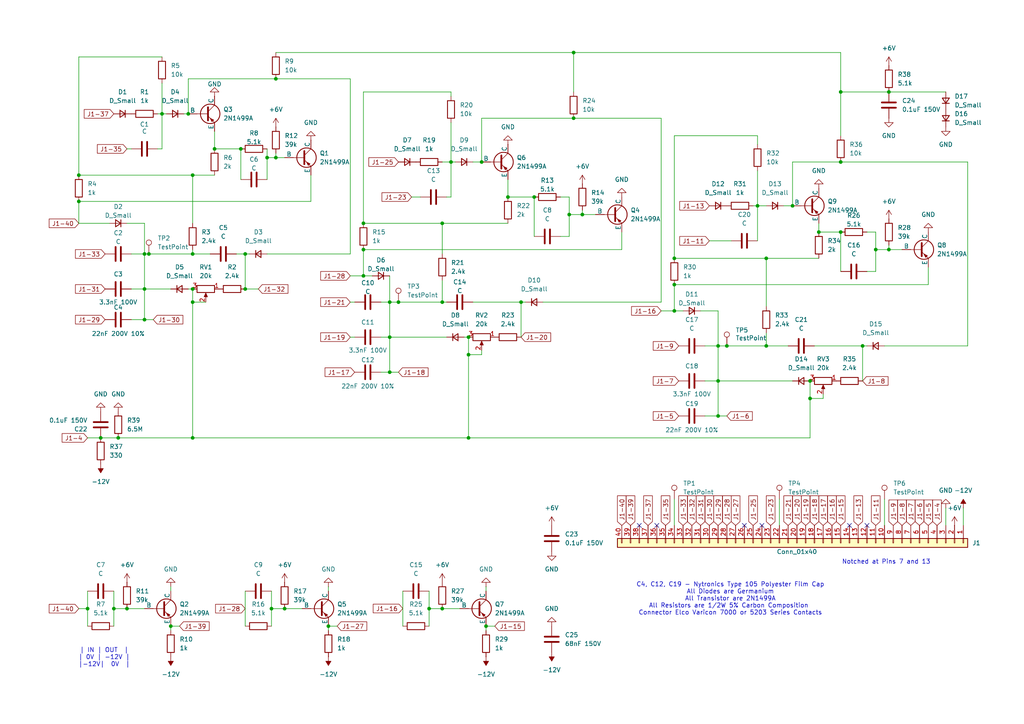
<source format=kicad_sch>
(kicad_sch (version 20250114) (generator "eeschema") (generator_version "9.0")
  (paper "A4")
  (title_block (title "Data 620 DM23 Card"))
  (text "Notched at Pins 7 and 13" (at 257.048 163.068 0) (effects (font (size 1.27 1.27))))
  (text "| IN | OUT  |\n| 0V | -12V |\n|-12V|  0V  |" (at 30.226 190.754 0) (effects (font (size 1.27 1.27))))
  (text "C4, C12, C19 - Nytronics Type 105 Polyester Film Cap\nAll Diodes are Germanium\nAll Transistor are 2N1499A\nAll Resistors are 1/2W 5% Carbon Composition \nConnector Elco Varicon 7000 or 5203 Series Contacts" (at 211.836 173.736 0) (effects (font (size 1.27 1.27))))
  (junction (at 135.89 102.87))
  (junction (at 135.89 127))
  (junction (at 71.12 83.82))
  (junction (at 80.01 45.72))
  (junction (at 229.87 59.69))
  (junction (at 128.27 64.77))
  (junction (at 105.41 80.01))
  (junction (at 55.88 87.63))
  (junction (at 195.58 82.55))
  (junction (at 208.28 110.49))
  (junction (at 130.81 46.99))
  (junction (at 257.81 72.39))
  (junction (at 243.84 46.99))
  (junction (at 139.7 46.99))
  (junction (at 41.91 92.71))
  (junction (at 34.29 127))
  (junction (at 234.95 115.57))
  (junction (at 29.21 127))
  (junction (at 105.41 64.77))
  (junction (at 208.28 100.33))
  (junction (at 36.83 176.53))
  (junction (at 140.97 181.61))
  (junction (at 195.58 74.93))
  (junction (at 219.71 59.69))
  (junction (at 54.61 33.02))
  (junction (at 222.25 74.93))
  (junction (at 147.32 57.15))
  (junction (at 95.25 181.61))
  (junction (at 69.85 43.18))
  (junction (at 128.27 87.63))
  (junction (at 210.82 100.33))
  (junction (at 222.25 100.33))
  (junction (at 41.91 83.82))
  (junction (at 243.84 26.67))
  (junction (at 257.81 26.67))
  (junction (at 154.94 57.15))
  (junction (at 234.95 110.49))
  (junction (at 243.84 67.31))
  (junction (at 49.53 181.61))
  (junction (at 22.86 50.8))
  (junction (at 166.37 15.24))
  (junction (at 71.12 73.66))
  (junction (at 113.03 107.95))
  (junction (at 237.49 67.31))
  (junction (at 82.55 176.53))
  (junction (at 168.91 62.23))
  (junction (at 124.46 176.53))
  (junction (at 113.03 97.79))
  (junction (at 33.02 176.53))
  (junction (at 208.28 120.65))
  (junction (at 105.41 72.39))
  (junction (at 250.19 100.33))
  (junction (at 77.47 45.72))
  (junction (at 25.4 176.53))
  (junction (at 113.03 87.63))
  (junction (at 135.89 97.79))
  (junction (at 55.88 127))
  (junction (at 166.37 34.29))
  (junction (at 151.13 87.63))
  (junction (at 80.01 22.86))
  (junction (at 22.86 58.42))
  (junction (at 55.88 50.8))
  (junction (at 115.57 87.63))
  (junction (at 55.88 83.82))
  (junction (at 78.74 176.53))
  (junction (at 128.27 176.53))
  (junction (at 46.99 33.02))
  (junction (at 195.58 90.17))
  (junction (at 165.1 62.23))
  (junction (at 62.23 43.18))
  (junction (at 41.91 73.66))
  (junction (at 55.88 73.66))
  (junction (at 254 72.39))
  (junction (at 43.18 73.66))
  (no_connect (at 215.9 152.4))
  (no_connect (at 246.38 152.4))
  (no_connect (at 190.5 152.4))
  (no_connect (at 220.98 152.4))
  (no_connect (at 185.42 152.4))
  (no_connect (at 251.46 152.4))
  (wire (pts (xy 25.4 127) (xy 29.21 127)))
  (wire (pts (xy 22.86 58.42) (xy 22.86 64.77)))
  (wire (pts (xy 36.83 176.53) (xy 41.91 176.53)))
  (wire (pts (xy 22.86 176.53) (xy 25.4 176.53)))
  (wire (pts (xy 52.07 181.61) (xy 49.53 181.61)))
  (wire (pts (xy 121.92 57.15) (xy 119.38 57.15)))
  (wire (pts (xy 274.32 147.32) (xy 274.32 152.4)))
  (wire (pts (xy 55.88 73.66) (xy 60.96 73.66)))
  (wire (pts (xy 195.58 144.78) (xy 195.58 152.4)))
  (wire (pts (xy 41.91 83.82) (xy 41.91 92.71)))
  (wire (pts (xy 208.28 110.49) (xy 229.87 110.49)))
  (wire (pts (xy 80.01 45.72) (xy 82.55 45.72)))
  (wire (pts (xy 212.09 69.85) (xy 205.74 69.85)))
  (wire (pts (xy 229.87 59.69) (xy 229.87 46.99)))
  (wire (pts (xy 162.56 68.58) (xy 165.1 68.58)))
  (wire (pts (xy 124.46 176.53) (xy 124.46 181.61)))
  (wire (pts (xy 43.18 73.66) (xy 41.91 73.66)))
  (wire (pts (xy 130.81 26.67) (xy 105.41 26.67)))
  (wire (pts (xy 208.28 100.33) (xy 210.82 100.33)))
  (wire (pts (xy 46.99 33.02) (xy 46.99 43.18)))
  (wire (pts (xy 195.58 82.55) (xy 269.24 82.55)))
  (wire (pts (xy 210.82 100.33) (xy 222.25 100.33)))
  (wire (pts (xy 101.6 97.79) (xy 102.87 97.79)))
  (wire (pts (xy 257.81 26.67) (xy 274.32 26.67)))
  (wire (pts (xy 130.81 27.94) (xy 130.81 26.67)))
  (wire (pts (xy 137.16 46.99) (xy 139.7 46.99)))
  (wire (pts (xy 128.27 176.53) (xy 133.35 176.53)))
  (wire (pts (xy 208.28 110.49) (xy 208.28 120.65)))
  (wire (pts (xy 55.88 127) (xy 34.29 127)))
  (wire (pts (xy 222.25 100.33) (xy 228.6 100.33)))
  (wire (pts (xy 140.97 181.61) (xy 140.97 182.88)))
  (wire (pts (xy 115.57 87.63) (xy 113.03 87.63)))
  (wire (pts (xy 95.25 181.61) (xy 95.25 182.88)))
  (wire (pts (xy 95.25 170.18) (xy 95.25 171.45)))
  (wire (pts (xy 135.89 102.87) (xy 139.7 102.87)))
  (wire (pts (xy 62.23 38.1) (xy 62.23 43.18)))
  (wire (pts (xy 54.61 33.02) (xy 54.61 22.86)))
  (wire (pts (xy 55.88 127) (xy 135.89 127)))
  (wire (pts (xy 222.25 96.52) (xy 222.25 100.33)))
  (wire (pts (xy 105.41 26.67) (xy 105.41 64.77)))
  (wire (pts (xy 165.1 62.23) (xy 165.1 68.58)))
  (wire (pts (xy 168.91 60.96) (xy 168.91 62.23)))
  (wire (pts (xy 251.46 67.31) (xy 254 67.31)))
  (wire (pts (xy 219.71 39.37) (xy 195.58 39.37)))
  (wire (pts (xy 204.47 120.65) (xy 208.28 120.65)))
  (wire (pts (xy 90.17 50.8) (xy 90.17 58.42)))
  (wire (pts (xy 128.27 81.28) (xy 128.27 87.63)))
  (wire (pts (xy 80.01 15.24) (xy 166.37 15.24)))
  (wire (pts (xy 280.67 100.33) (xy 256.54 100.33)))
  (wire (pts (xy 208.28 100.33) (xy 208.28 110.49)))
  (wire (pts (xy 78.74 171.45) (xy 78.74 176.53)))
  (wire (pts (xy 22.86 58.42) (xy 90.17 58.42)))
  (wire (pts (xy 208.28 90.17) (xy 208.28 100.33)))
  (wire (pts (xy 236.22 100.33) (xy 250.19 100.33)))
  (wire (pts (xy 269.24 77.47) (xy 269.24 82.55)))
  (wire (pts (xy 237.49 67.31) (xy 243.84 67.31)))
  (wire (pts (xy 33.02 176.53) (xy 33.02 181.61)))
  (wire (pts (xy 139.7 46.99) (xy 139.7 34.29)))
  (wire (pts (xy 113.03 97.79) (xy 113.03 107.95)))
  (wire (pts (xy 165.1 57.15) (xy 165.1 62.23)))
  (wire (pts (xy 80.01 22.86) (xy 101.6 22.86)))
  (wire (pts (xy 195.58 90.17) (xy 198.12 90.17)))
  (wire (pts (xy 250.19 100.33) (xy 250.19 110.49)))
  (wire (pts (xy 55.88 87.63) (xy 55.88 83.82)))
  (wire (pts (xy 22.86 64.77) (xy 31.75 64.77)))
  (wire (pts (xy 78.74 176.53) (xy 82.55 176.53)))
  (wire (pts (xy 38.1 73.66) (xy 41.91 73.66)))
  (wire (pts (xy 113.03 80.01) (xy 113.03 87.63)))
  (wire (pts (xy 105.41 72.39) (xy 180.34 72.39)))
  (wire (pts (xy 101.6 80.01) (xy 105.41 80.01)))
  (wire (pts (xy 105.41 80.01) (xy 107.95 80.01)))
  (wire (pts (xy 227.33 59.69) (xy 229.87 59.69)))
  (wire (pts (xy 257.81 71.12) (xy 257.81 72.39)))
  (wire (pts (xy 129.54 97.79) (xy 113.03 97.79)))
  (wire (pts (xy 69.85 43.18) (xy 69.85 52.07)))
  (wire (pts (xy 97.79 181.61) (xy 95.25 181.61)))
  (wire (pts (xy 55.88 50.8) (xy 55.88 64.77)))
  (wire (pts (xy 41.91 83.82) (xy 49.53 83.82)))
  (wire (pts (xy 234.95 115.57) (xy 234.95 110.49)))
  (wire (pts (xy 130.81 35.56) (xy 130.81 46.99)))
  (wire (pts (xy 105.41 64.77) (xy 128.27 64.77)))
  (wire (pts (xy 250.19 100.33) (xy 251.46 100.33)))
  (wire (pts (xy 204.47 110.49) (xy 208.28 110.49)))
  (wire (pts (xy 29.21 127) (xy 34.29 127)))
  (wire (pts (xy 135.89 102.87) (xy 135.89 97.79)))
  (wire (pts (xy 110.49 107.95) (xy 113.03 107.95)))
  (wire (pts (xy 41.91 64.77) (xy 41.91 73.66)))
  (wire (pts (xy 49.53 170.18) (xy 49.53 171.45)))
  (wire (pts (xy 128.27 64.77) (xy 128.27 73.66)))
  (wire (pts (xy 101.6 87.63) (xy 102.87 87.63)))
  (wire (pts (xy 80.01 44.45) (xy 80.01 45.72)))
  (wire (pts (xy 22.86 16.51) (xy 22.86 50.8)))
  (wire (pts (xy 124.46 171.45) (xy 124.46 176.53)))
  (wire (pts (xy 41.91 92.71) (xy 44.45 92.71)))
  (wire (pts (xy 218.44 59.69) (xy 219.71 59.69)))
  (wire (pts (xy 105.41 72.39) (xy 105.41 80.01)))
  (wire (pts (xy 110.49 87.63) (xy 113.03 87.63)))
  (wire (pts (xy 130.81 57.15) (xy 129.54 57.15)))
  (wire (pts (xy 195.58 82.55) (xy 195.58 90.17)))
  (wire (pts (xy 254 67.31) (xy 254 72.39)))
  (wire (pts (xy 55.88 87.63) (xy 55.88 127)))
  (wire (pts (xy 41.91 73.66) (xy 41.91 83.82)))
  (wire (pts (xy 237.49 64.77) (xy 237.49 67.31)))
  (wire (pts (xy 204.47 100.33) (xy 208.28 100.33)))
  (wire (pts (xy 219.71 41.91) (xy 219.71 39.37)))
  (wire (pts (xy 113.03 107.95) (xy 115.57 107.95)))
  (wire (pts (xy 77.47 45.72) (xy 80.01 45.72)))
  (wire (pts (xy 165.1 62.23) (xy 168.91 62.23)))
  (wire (pts (xy 54.61 22.86) (xy 80.01 22.86)))
  (wire (pts (xy 113.03 87.63) (xy 113.03 97.79)))
  (wire (pts (xy 71.12 83.82) (xy 74.93 83.82)))
  (wire (pts (xy 55.88 87.63) (xy 59.69 87.63)))
  (wire (pts (xy 243.84 15.24) (xy 243.84 26.67)))
  (wire (pts (xy 234.95 115.57) (xy 234.95 127)))
  (wire (pts (xy 129.54 87.63) (xy 128.27 87.63)))
  (wire (pts (xy 33.02 171.45) (xy 33.02 176.53)))
  (wire (pts (xy 71.12 73.66) (xy 72.39 73.66)))
  (wire (pts (xy 180.34 72.39) (xy 180.34 67.31)))
  (wire (pts (xy 137.16 87.63) (xy 151.13 87.63)))
  (wire (pts (xy 55.88 83.82) (xy 54.61 83.82)))
  (wire (pts (xy 226.06 144.78) (xy 226.06 152.4)))
  (wire (pts (xy 43.18 73.66) (xy 55.88 73.66)))
  (wire (pts (xy 101.6 73.66) (xy 77.47 73.66)))
  (wire (pts (xy 143.51 181.61) (xy 140.97 181.61)))
  (wire (pts (xy 251.46 78.74) (xy 254 78.74)))
  (wire (pts (xy 243.84 46.99) (xy 280.67 46.99)))
  (wire (pts (xy 195.58 39.37) (xy 195.58 74.93)))
  (wire (pts (xy 147.32 52.07) (xy 147.32 57.15)))
  (wire (pts (xy 166.37 15.24) (xy 243.84 15.24)))
  (wire (pts (xy 151.13 87.63) (xy 151.13 97.79)))
  (wire (pts (xy 49.53 181.61) (xy 49.53 182.88)))
  (wire (pts (xy 191.77 87.63) (xy 191.77 34.29)))
  (wire (pts (xy 55.88 72.39) (xy 55.88 73.66)))
  (wire (pts (xy 166.37 15.24) (xy 166.37 26.67)))
  (wire (pts (xy 82.55 176.53) (xy 87.63 176.53)))
  (wire (pts (xy 222.25 74.93) (xy 222.25 88.9)))
  (wire (pts (xy 46.99 43.18) (xy 45.72 43.18)))
  (wire (pts (xy 110.49 97.79) (xy 113.03 97.79)))
  (wire (pts (xy 41.91 64.77) (xy 36.83 64.77)))
  (wire (pts (xy 22.86 50.8) (xy 55.88 50.8)))
  (wire (pts (xy 243.84 26.67) (xy 243.84 39.37)))
  (wire (pts (xy 256.54 144.78) (xy 256.54 152.4)))
  (wire (pts (xy 222.25 74.93) (xy 237.49 74.93)))
  (wire (pts (xy 71.12 171.45) (xy 71.12 181.61)))
  (wire (pts (xy 279.4 147.32) (xy 279.4 152.4)))
  (wire (pts (xy 151.13 87.63) (xy 152.4 87.63)))
  (wire (pts (xy 166.37 34.29) (xy 191.77 34.29)))
  (wire (pts (xy 38.1 83.82) (xy 41.91 83.82)))
  (wire (pts (xy 77.47 43.18) (xy 77.47 45.72)))
  (wire (pts (xy 78.74 176.53) (xy 78.74 181.61)))
  (wire (pts (xy 101.6 22.86) (xy 101.6 73.66)))
  (wire (pts (xy 191.77 90.17) (xy 195.58 90.17)))
  (wire (pts (xy 25.4 176.53) (xy 25.4 181.61)))
  (wire (pts (xy 45.72 33.02) (xy 46.99 33.02)))
  (wire (pts (xy 208.28 120.65) (xy 210.82 120.65)))
  (wire (pts (xy 139.7 34.29) (xy 166.37 34.29)))
  (wire (pts (xy 25.4 171.45) (xy 25.4 176.53)))
  (wire (pts (xy 234.95 115.57) (xy 238.76 115.57)))
  (wire (pts (xy 115.57 87.63) (xy 128.27 87.63)))
  (wire (pts (xy 195.58 74.93) (xy 222.25 74.93)))
  (wire (pts (xy 238.76 114.3) (xy 238.76 115.57)))
  (wire (pts (xy 46.99 24.13) (xy 46.99 33.02)))
  (wire (pts (xy 128.27 64.77) (xy 147.32 64.77)))
  (wire (pts (xy 140.97 170.18) (xy 140.97 171.45)))
  (wire (pts (xy 130.81 46.99) (xy 130.81 57.15)))
  (wire (pts (xy 62.23 43.18) (xy 69.85 43.18)))
  (wire (pts (xy 46.99 16.51) (xy 22.86 16.51)))
  (wire (pts (xy 219.71 59.69) (xy 222.25 59.69)))
  (wire (pts (xy 168.91 62.23) (xy 172.72 62.23)))
  (wire (pts (xy 46.99 33.02) (xy 48.26 33.02)))
  (wire (pts (xy 154.94 57.15) (xy 154.94 68.58)))
  (wire (pts (xy 254 72.39) (xy 257.81 72.39)))
  (wire (pts (xy 68.58 73.66) (xy 71.12 73.66)))
  (wire (pts (xy 162.56 57.15) (xy 165.1 57.15)))
  (wire (pts (xy 229.87 46.99) (xy 243.84 46.99)))
  (wire (pts (xy 280.67 46.99) (xy 280.67 100.33)))
  (wire (pts (xy 38.1 92.71) (xy 41.91 92.71)))
  (wire (pts (xy 135.89 102.87) (xy 135.89 127)))
  (wire (pts (xy 130.81 46.99) (xy 132.08 46.99)))
  (wire (pts (xy 147.32 57.15) (xy 154.94 57.15)))
  (wire (pts (xy 124.46 176.53) (xy 128.27 176.53)))
  (wire (pts (xy 77.47 45.72) (xy 77.47 52.07)))
  (wire (pts (xy 219.71 49.53) (xy 219.71 59.69)))
  (wire (pts (xy 135.89 127) (xy 234.95 127)))
  (wire (pts (xy 157.48 87.63) (xy 191.77 87.63)))
  (wire (pts (xy 53.34 33.02) (xy 54.61 33.02)))
  (wire (pts (xy 254 72.39) (xy 254 78.74)))
  (wire (pts (xy 257.81 72.39) (xy 261.62 72.39)))
  (wire (pts (xy 71.12 73.66) (xy 71.12 83.82)))
  (wire (pts (xy 243.84 26.67) (xy 257.81 26.67)))
  (wire (pts (xy 203.2 90.17) (xy 208.28 90.17)))
  (wire (pts (xy 135.89 97.79) (xy 134.62 97.79)))
  (wire (pts (xy 116.84 171.45) (xy 116.84 181.61)))
  (wire (pts (xy 33.02 176.53) (xy 36.83 176.53)))
  (wire (pts (xy 243.84 67.31) (xy 243.84 78.74)))
  (wire (pts (xy 219.71 59.69) (xy 219.71 69.85)))
  (wire (pts (xy 139.7 102.87) (xy 139.7 101.6)))
  (wire (pts (xy 55.88 50.8) (xy 62.23 50.8)))
  (wire (pts (xy 130.81 46.99) (xy 128.27 46.99)))
  (wire (pts (xy 38.1 43.18) (xy 36.83 43.18)))
  (global_label "J1-7" (shape input) (at 196.85 110.49 180) (property "Intersheetrefs" "${INTERSHEET_REFS}" (effects (hide yes))))
  (global_label "J1-27" (shape input) (at 97.79 181.61 0) (property "Intersheetrefs" "${INTERSHEET_REFS}" (effects (hide yes))))
  (global_label "J1-7" (shape input) (at 264.16 152.4 90) (property "Intersheetrefs" "${INTERSHEET_REFS}" (effects (hide yes))))
  (global_label "J1-37" (shape input) (at 33.02 33.02 180) (property "Intersheetrefs" "${INTERSHEET_REFS}" (effects (hide yes))))
  (global_label "J1-28" (shape input) (at 71.12 176.53 180) (property "Intersheetrefs" "${INTERSHEET_REFS}" (effects (hide yes))))
  (global_label "J1-28" (shape input) (at 101.6 80.01 180) (property "Intersheetrefs" "${INTERSHEET_REFS}" (effects (hide yes))))
  (global_label "J1-40" (shape input) (at 180.34 152.4 90) (property "Intersheetrefs" "${INTERSHEET_REFS}" (effects (hide yes))))
  (global_label "J1-9" (shape input) (at 259.08 152.4 90) (property "Intersheetrefs" "${INTERSHEET_REFS}" (effects (hide yes))))
  (global_label "J1-40" (shape input) (at 22.86 176.53 180) (property "Intersheetrefs" "${INTERSHEET_REFS}" (effects (hide yes))))
  (global_label "J1-23" (shape input) (at 119.38 57.15 180) (property "Intersheetrefs" "${INTERSHEET_REFS}" (effects (hide yes))))
  (global_label "J1-28" (shape input) (at 210.82 152.4 90) (property "Intersheetrefs" "${INTERSHEET_REFS}" (effects (hide yes))))
  (global_label "J1-17" (shape input) (at 238.76 152.4 90) (property "Intersheetrefs" "${INTERSHEET_REFS}" (effects (hide yes))))
  (global_label "J1-5" (shape input) (at 269.24 152.4 90) (property "Intersheetrefs" "${INTERSHEET_REFS}" (effects (hide yes))))
  (global_label "J1-13" (shape input) (at 248.92 152.4 90) (property "Intersheetrefs" "${INTERSHEET_REFS}" (effects (hide yes))))
  (global_label "J1-27" (shape input) (at 213.36 152.4 90) (property "Intersheetrefs" "${INTERSHEET_REFS}" (effects (hide yes))))
  (global_label "J1-20" (shape input) (at 151.13 97.79 0) (property "Intersheetrefs" "${INTERSHEET_REFS}" (effects (hide yes))))
  (global_label "J1-18" (shape input) (at 236.22 152.4 90) (property "Intersheetrefs" "${INTERSHEET_REFS}" (effects (hide yes))))
  (global_label "J1-6" (shape input) (at 210.82 120.65 0) (property "Intersheetrefs" "${INTERSHEET_REFS}" (effects (hide yes))))
  (global_label "J1-25" (shape input) (at 115.57 46.99 180) (property "Intersheetrefs" "${INTERSHEET_REFS}" (effects (hide yes))))
  (global_label "J1-39" (shape input) (at 52.07 181.61 0) (property "Intersheetrefs" "${INTERSHEET_REFS}" (effects (hide yes))))
  (global_label "J1-30" (shape input) (at 205.74 152.4 90) (property "Intersheetrefs" "${INTERSHEET_REFS}" (effects (hide yes))))
  (global_label "J1-31" (shape input) (at 30.48 83.82 180) (property "Intersheetrefs" "${INTERSHEET_REFS}" (effects (hide yes))))
  (global_label "J1-23" (shape input) (at 223.52 152.4 90) (property "Intersheetrefs" "${INTERSHEET_REFS}" (effects (hide yes))))
  (global_label "J1-39" (shape input) (at 182.88 152.4 90) (property "Intersheetrefs" "${INTERSHEET_REFS}" (effects (hide yes))))
  (global_label "J1-20" (shape input) (at 231.14 152.4 90) (property "Intersheetrefs" "${INTERSHEET_REFS}" (effects (hide yes))))
  (global_label "J1-33" (shape input) (at 30.48 73.66 180) (property "Intersheetrefs" "${INTERSHEET_REFS}" (effects (hide yes))))
  (global_label "J1-17" (shape input) (at 102.87 107.95 180) (property "Intersheetrefs" "${INTERSHEET_REFS}" (effects (hide yes))))
  (global_label "J1-21" (shape input) (at 228.6 152.4 90) (property "Intersheetrefs" "${INTERSHEET_REFS}" (effects (hide yes))))
  (global_label "J1-16" (shape input) (at 191.77 90.17 180) (property "Intersheetrefs" "${INTERSHEET_REFS}" (effects (hide yes))))
  (global_label "J1-9" (shape input) (at 196.85 100.33 180) (property "Intersheetrefs" "${INTERSHEET_REFS}" (effects (hide yes))))
  (global_label "J1-21" (shape input) (at 101.6 87.63 180) (property "Intersheetrefs" "${INTERSHEET_REFS}" (effects (hide yes))))
  (global_label "J1-13" (shape input) (at 205.74 59.69 180) (property "Intersheetrefs" "${INTERSHEET_REFS}" (effects (hide yes))))
  (global_label "J1-25" (shape input) (at 218.44 152.4 90) (property "Intersheetrefs" "${INTERSHEET_REFS}" (effects (hide yes))))
  (global_label "J1-35" (shape input) (at 36.83 43.18 180) (property "Intersheetrefs" "${INTERSHEET_REFS}" (effects (hide yes))))
  (global_label "J1-5" (shape input) (at 196.85 120.65 180) (property "Intersheetrefs" "${INTERSHEET_REFS}" (effects (hide yes))))
  (global_label "J1-29" (shape input) (at 30.48 92.71 180) (property "Intersheetrefs" "${INTERSHEET_REFS}" (effects (hide yes))))
  (global_label "J1-6" (shape input) (at 266.7 152.4 90) (property "Intersheetrefs" "${INTERSHEET_REFS}" (effects (hide yes))))
  (global_label "J1-32" (shape input) (at 74.93 83.82 0) (property "Intersheetrefs" "${INTERSHEET_REFS}" (effects (hide yes))))
  (global_label "J1-31" (shape input) (at 203.2 152.4 90) (property "Intersheetrefs" "${INTERSHEET_REFS}" (effects (hide yes))))
  (global_label "J1-32" (shape input) (at 200.66 152.4 90) (property "Intersheetrefs" "${INTERSHEET_REFS}" (effects (hide yes))))
  (global_label "J1-18" (shape input) (at 115.57 107.95 0) (property "Intersheetrefs" "${INTERSHEET_REFS}" (effects (hide yes))))
  (global_label "J1-35" (shape input) (at 193.04 152.4 90) (property "Intersheetrefs" "${INTERSHEET_REFS}" (effects (hide yes))))
  (global_label "J1-15" (shape input) (at 243.84 152.4 90) (property "Intersheetrefs" "${INTERSHEET_REFS}" (effects (hide yes))))
  (global_label "J1-8" (shape input) (at 250.19 110.49 0) (property "Intersheetrefs" "${INTERSHEET_REFS}" (effects (hide yes))))
  (global_label "J1-19" (shape input) (at 233.68 152.4 90) (property "Intersheetrefs" "${INTERSHEET_REFS}" (effects (hide yes))))
  (global_label "J1-40" (shape input) (at 22.86 64.77 180) (property "Intersheetrefs" "${INTERSHEET_REFS}" (effects (hide yes))))
  (global_label "J1-19" (shape input) (at 101.6 97.79 180) (property "Intersheetrefs" "${INTERSHEET_REFS}" (effects (hide yes))))
  (global_label "J1-16" (shape input) (at 241.3 152.4 90) (property "Intersheetrefs" "${INTERSHEET_REFS}" (effects (hide yes))))
  (global_label "J1-11" (shape input) (at 205.74 69.85 180) (property "Intersheetrefs" "${INTERSHEET_REFS}" (effects (hide yes))))
  (global_label "J1-15" (shape input) (at 143.51 181.61 0) (property "Intersheetrefs" "${INTERSHEET_REFS}" (effects (hide yes))))
  (global_label "J1-11" (shape input) (at 254 152.4 90) (property "Intersheetrefs" "${INTERSHEET_REFS}" (effects (hide yes))))
  (global_label "J1-37" (shape input) (at 187.96 152.4 90) (property "Intersheetrefs" "${INTERSHEET_REFS}" (effects (hide yes))))
  (global_label "J1-30" (shape input) (at 44.45 92.71 0) (property "Intersheetrefs" "${INTERSHEET_REFS}" (effects (hide yes))))
  (global_label "J1-29" (shape input) (at 208.28 152.4 90) (property "Intersheetrefs" "${INTERSHEET_REFS}" (effects (hide yes))))
  (global_label "J1-4" (shape input) (at 271.78 152.4 90) (property "Intersheetrefs" "${INTERSHEET_REFS}" (effects (hide yes))))
  (global_label "J1-4" (shape input) (at 25.4 127 180) (property "Intersheetrefs" "${INTERSHEET_REFS}" (effects (hide yes))))
  (global_label "J1-16" (shape input) (at 116.84 176.4908 180) (property "Intersheetrefs" "${INTERSHEET_REFS}" (effects (hide yes))))
  (global_label "J1-8" (shape input) (at 261.62 152.4 90) (property "Intersheetrefs" "${INTERSHEET_REFS}" (effects (hide yes))))
  (global_label "J1-33" (shape input) (at 198.12 152.4 90) (property "Intersheetrefs" "${INTERSHEET_REFS}" (effects (hide yes))))
  (symbol (lib_id "Device:C") (at 34.29 73.66 90) (unit 1)
    (property "Reference" "C2" (at 34.29 67.564 90))
    (property "Value" "C" (at 34.29 70.104 90))
    (property "Footprint" "Capacitor_THT:C_Rect_L9.0mm_W2.5mm_P7.50mm_MKT" (effects (hide yes)))
    (property "Description" "Unpolarized capacitor" (effects (hide yes)))
  )
  (symbol (lib_id "Device:R") (at 158.75 57.15 270) (unit 1)
    (property "Reference" "R13" (at 158.75 52.324 90))
    (property "Value" "5.1k" (at 158.75 54.864 90))
    (property "Footprint" "Resistor_THT:R_Axial_DIN0309_L9.0mm_D3.2mm_P15.24mm_Horizontal" (effects (hide yes)))
    (property "Description" "Resistor" (effects (hide yes)))
  )
  (symbol (lib_id "Device:R") (at 67.31 83.82 270) (unit 1)
    (property "Reference" "R2" (at 67.31 77.47 90))
    (property "Value" "2.4k" (at 67.31 80.01 90))
    (property "Footprint" "Resistor_THT:R_Axial_DIN0309_L9.0mm_D3.2mm_P15.24mm_Horizontal" (effects (hide yes)))
    (property "Description" "Resistor" (effects (hide yes)))
  )
  (symbol (lib_id "Device:R") (at 195.58 78.74 180) (unit 1)
    (property "Reference" "R30" (at 198.12 77.4699 0) (effects (justify right)))
    (property "Value" "1k" (at 198.12 80.0099 0) (effects (justify right)))
    (property "Footprint" "Resistor_THT:R_Axial_DIN0309_L9.0mm_D3.2mm_P15.24mm_Horizontal" (effects (hide yes)))
    (property "Description" "Resistor" (effects (hide yes)))
  )
  (symbol (lib_id "power:GND") (at 62.23 27.94 180) (unit 1)
    (property "Reference" "#PWR06" (effects (hide yes)))
    (property "Value" "GND" (at 62.23 24.384 0))
    (property "Description" "Power symbol creates a global label with name \"GND\" , ground" (effects (hide yes)))
  )
  (symbol (lib_id "Device:D_Small") (at 274.32 29.21 90) (unit 1)
    (property "Reference" "D17" (at 276.86 27.9399 90) (effects (justify right)))
    (property "Value" "D_Small" (at 276.86 30.4799 90) (effects (justify right)))
    (property "Footprint" "Diode_THT:D_A-405_P12.70mm_Horizontal" (effects (hide yes)))
    (property "Description" "Diode, small symbol" (effects (hide yes)))
    (property "Sim.Device" "D" (effects (hide yes)))
    (property "Sim.Pins" "1=K 2=A" (effects (hide yes)))
  )
  (symbol (lib_id "power:+6V") (at 257.81 63.5 0) (unit 1)
    (property "Reference" "#PWR016" (effects (hide yes)))
    (property "Value" "+6V" (at 257.81 58.42 0))
    (property "Description" "Power symbol creates a global label with name \"+6V\"" (effects (hide yes)))
  )
  (symbol (lib_id "Device:D_Small") (at 224.79 59.69 180) (unit 1)
    (property "Reference" "D13" (at 224.79 53.34 0))
    (property "Value" "D_Small" (at 224.79 55.88 0))
    (property "Footprint" "Diode_THT:D_A-405_P12.70mm_Horizontal" (effects (hide yes)))
    (property "Description" "Diode, small symbol" (effects (hide yes)))
    (property "Sim.Device" "D" (effects (hide yes)))
    (property "Sim.Pins" "1=K 2=A" (effects (hide yes)))
  )
  (symbol (lib_id "power:GND") (at 140.97 170.18 180) (unit 1)
    (property "Reference" "#PWR017" (effects (hide yes)))
    (property "Value" "GND" (at 140.97 165.1 0))
    (property "Description" "Power symbol creates a global label with name \"GND\" , ground" (effects (hide yes)))
  )
  (symbol (lib_id "Device:R") (at 29.21 130.81 180) (unit 1)
    (property "Reference" "R37" (at 31.75 129.5399 0) (effects (justify right)))
    (property "Value" "330" (at 31.75 132.0799 0) (effects (justify right)))
    (property "Footprint" "Resistor_THT:R_Axial_DIN0309_L9.0mm_D3.2mm_P15.24mm_Horizontal" (effects (hide yes)))
    (property "Description" "Resistor" (effects (hide yes)))
  )
  (symbol (lib_id "Device:R") (at 140.97 186.69 180) (unit 1)
    (property "Reference" "R29" (at 143.51 185.4199 0) (effects (justify right)))
    (property "Value" "1k" (at 143.51 187.9599 0) (effects (justify right)))
    (property "Footprint" "Resistor_THT:R_Axial_DIN0309_L9.0mm_D3.2mm_P15.24mm_Horizontal" (effects (hide yes)))
    (property "Description" "Resistor" (effects (hide yes)))
  )
  (symbol (lib_id "Device:C") (at 158.75 68.58 270) (unit 1)
    (property "Reference" "C8" (at 158.75 60.96 90))
    (property "Value" "C" (at 158.75 63.5 90))
    (property "Footprint" "Capacitor_THT:C_Rect_L9.0mm_W2.5mm_P7.50mm_MKT" (effects (hide yes)))
    (property "Description" "Unpolarized capacitor" (effects (hide yes)))
  )
  (symbol (lib_id "Simulation_SPICE:PNP") (at 92.71 176.53 0) (unit 1)
    (property "Reference" "Q5" (at 97.79 175.2599 0) (effects (justify left)))
    (property "Value" "2N1499A" (at 97.79 177.7999 0) (effects (justify left)))
    (property "Footprint" "Package_TO_SOT_THT:TO-39-3" (effects (hide yes)))
    (property "Datasheet" "https://ngspice.sourceforge.io/docs/ngspice-html-manual/manual.xhtml#cha_BJTs" (effects (hide yes)))
    (property "Description" "Bipolar transistor symbol for simulation only, substrate tied to the emitter" (effects (hide yes)))
    (property "Sim.Device" "PNP" (effects (hide yes)))
    (property "Sim.Type" "GUMMELPOON" (effects (hide yes)))
    (property "Sim.Pins" "1=C 2=B 3=E" (effects (hide yes)))
  )
  (symbol (lib_id "power:GND") (at 34.29 119.38 180) (unit 1)
    (property "Reference" "#PWR030" (effects (hide yes)))
    (property "Value" "GND" (at 34.29 114.3 0))
    (property "Description" "Power symbol creates a global label with name \"GND\" , ground" (effects (hide yes)))
  )
  (symbol (lib_id "Connector:TestPoint") (at 115.57 87.63 0) (unit 1)
    (property "Reference" "TP3" (at 118.11 83.0579 0) (effects (justify left)))
    (property "Value" "TestPoint" (at 118.11 85.5979 0) (effects (justify left)))
    (property "Footprint" "TestPoint:TestPoint_Keystone_5000-5004_Miniature" (effects (hide yes)))
    (property "Description" "test point" (effects (hide yes)))
  )
  (symbol (lib_id "power:-12V") (at 279.4 147.32 0) (unit 1)
    (property "Reference" "#PWR039" (effects (hide yes)))
    (property "Value" "-12V" (at 279.4 142.24 0))
    (property "Description" "Power symbol creates a global label with name \"-12V\"" (effects (hide yes)))
  )
  (symbol (lib_id "Connector:TestPoint") (at 43.18 73.66 0) (unit 1)
    (property "Reference" "TP2" (at 45.72 69.0879 0) (effects (justify left)))
    (property "Value" "TestPoint" (at 45.72 71.6279 0) (effects (justify left)))
    (property "Footprint" "TestPoint:TestPoint_Keystone_5000-5004_Miniature" (effects (hide yes)))
    (property "Description" "test point" (effects (hide yes)))
  )
  (symbol (lib_id "Device:R") (at 22.86 54.61 180) (unit 1)
    (property "Reference" "R4" (at 25.4 53.3399 0) (effects (justify right)))
    (property "Value" "1k" (at 25.4 55.8799 0) (effects (justify right)))
    (property "Footprint" "Resistor_THT:R_Axial_DIN0309_L9.0mm_D3.2mm_P15.24mm_Horizontal" (effects (hide yes)))
    (property "Description" "Resistor" (effects (hide yes)))
  )
  (symbol (lib_id "Device:R") (at 105.41 68.58 180) (unit 1)
    (property "Reference" "R15" (at 107.95 67.3099 0) (effects (justify right)))
    (property "Value" "1k" (at 107.95 69.8499 0) (effects (justify right)))
    (property "Footprint" "Resistor_THT:R_Axial_DIN0309_L9.0mm_D3.2mm_P15.24mm_Horizontal" (effects (hide yes)))
    (property "Description" "Resistor" (effects (hide yes)))
  )
  (symbol (lib_id "Device:D_Small") (at 200.66 90.17 180) (unit 1)
    (property "Reference" "D11" (at 200.66 85.344 0))
    (property "Value" "D_Small" (at 200.66 87.884 0))
    (property "Footprint" "Diode_THT:D_A-405_P12.70mm_Horizontal" (effects (hide yes)))
    (property "Description" "Diode, small symbol" (effects (hide yes)))
    (property "Sim.Device" "D" (effects (hide yes)))
    (property "Sim.Pins" "1=K 2=A" (effects (hide yes)))
  )
  (symbol (lib_id "Device:C") (at 41.91 43.18 90) (unit 1)
    (property "Reference" "C1" (at 41.91 36.068 90))
    (property "Value" "C" (at 41.91 38.1 90))
    (property "Footprint" "Capacitor_THT:C_Rect_L9.0mm_W2.5mm_P7.50mm_MKT" (effects (hide yes)))
    (property "Description" "Unpolarized capacitor" (effects (hide yes)))
  )
  (symbol (lib_id "Device:D_Small") (at 132.08 97.79 0) (unit 1)
    (property "Reference" "D8" (at 132.08 91.44 0))
    (property "Value" "D_Small" (at 132.08 93.98 0))
    (property "Footprint" "Diode_THT:D_A-405_P12.70mm_Horizontal" (effects (hide yes)))
    (property "Description" "Diode, small symbol" (effects (hide yes)))
    (property "Sim.Device" "D" (effects (hide yes)))
    (property "Sim.Pins" "1=K 2=A" (effects (hide yes)))
  )
  (symbol (lib_id "Device:D_Small") (at 110.49 80.01 180) (unit 1)
    (property "Reference" "D6" (at 110.49 75.438 0))
    (property "Value" "D_Small" (at 110.49 77.978 0))
    (property "Footprint" "Diode_THT:D_A-405_P12.70mm_Horizontal" (effects (hide yes)))
    (property "Description" "Diode, small symbol" (effects (hide yes)))
    (property "Sim.Device" "D" (effects (hide yes)))
    (property "Sim.Pins" "1=K 2=A" (effects (hide yes)))
  )
  (symbol (lib_id "Device:C") (at 215.9 69.85 90) (unit 1)
    (property "Reference" "C20" (at 215.9 62.23 90))
    (property "Value" "C" (at 215.9 64.77 90))
    (property "Footprint" "Capacitor_THT:C_Rect_L9.0mm_W2.5mm_P7.50mm_MKT" (effects (hide yes)))
    (property "Description" "Unpolarized capacitor" (effects (hide yes)))
  )
  (symbol (lib_id "Device:C") (at 34.29 92.71 270) (unit 1)
    (property "Reference" "C4" (at 34.29 89.154 90))
    (property "Value" "22nF 200V 10%" (at 34.29 96.774 90))
    (property "Footprint" "Capacitor_THT:CP_Axial_L11.0mm_D5.0mm_P18.00mm_Horizontal" (effects (hide yes)))
    (property "Description" "Unpolarized capacitor" (effects (hide yes)))
  )
  (symbol (lib_id "Device:R") (at 147.32 97.79 270) (unit 1)
    (property "Reference" "R23" (at 147.32 91.44 90))
    (property "Value" "2.4k" (at 147.32 93.98 90))
    (property "Footprint" "Resistor_THT:R_Axial_DIN0309_L9.0mm_D3.2mm_P15.24mm_Horizontal" (effects (hide yes)))
    (property "Description" "Resistor" (effects (hide yes)))
  )
  (symbol (lib_id "power:-12V") (at 29.21 134.62 180) (unit 1)
    (property "Reference" "#PWR027" (effects (hide yes)))
    (property "Value" "-12V" (at 29.21 139.7 0))
    (property "Description" "Power symbol creates a global label with name \"-12V\"" (effects (hide yes)))
  )
  (symbol (lib_id "power:+6V") (at 276.86 152.4 0) (unit 1)
    (property "Reference" "#PWR01" (effects (hide yes)))
    (property "Value" "+6V" (at 276.86 147.32 0))
    (property "Description" "Power symbol creates a global label with name \"+6V\"" (effects (hide yes)))
  )
  (symbol (lib_id "power:GND") (at 274.32 147.32 180) (unit 1)
    (property "Reference" "#PWR03" (effects (hide yes)))
    (property "Value" "GND" (at 274.32 142.24 0))
    (property "Description" "Power symbol creates a global label with name \"GND\" , ground" (effects (hide yes)))
  )
  (symbol (lib_id "Simulation_SPICE:PNP") (at 46.99 176.53 0) (unit 1)
    (property "Reference" "Q2" (at 52.07 175.2599 0) (effects (justify left)))
    (property "Value" "2N1499A" (at 52.07 177.7999 0) (effects (justify left)))
    (property "Footprint" "Package_TO_SOT_THT:TO-39-3" (effects (hide yes)))
    (property "Datasheet" "https://ngspice.sourceforge.io/docs/ngspice-html-manual/manual.xhtml#cha_BJTs" (effects (hide yes)))
    (property "Description" "Bipolar transistor symbol for simulation only, substrate tied to the emitter" (effects (hide yes)))
    (property "Sim.Device" "PNP" (effects (hide yes)))
    (property "Sim.Type" "GUMMELPOON" (effects (hide yes)))
    (property "Sim.Pins" "1=C 2=B 3=E" (effects (hide yes)))
  )
  (symbol (lib_id "Device:R") (at 214.63 59.69 270) (unit 1)
    (property "Reference" "R31" (at 214.63 53.34 90))
    (property "Value" "1k" (at 214.63 55.88 90))
    (property "Footprint" "Resistor_THT:R_Axial_DIN0309_L9.0mm_D3.2mm_P15.24mm_Horizontal" (effects (hide yes)))
    (property "Description" "Resistor" (effects (hide yes)))
  )
  (symbol (lib_id "Device:R") (at 219.71 45.72 180) (unit 1)
    (property "Reference" "R32" (at 222.25 44.4499 0) (effects (justify right)))
    (property "Value" "10k" (at 222.25 46.9899 0) (effects (justify right)))
    (property "Footprint" "Resistor_THT:R_Axial_DIN0309_L9.0mm_D3.2mm_P15.24mm_Horizontal" (effects (hide yes)))
    (property "Description" "Resistor" (effects (hide yes)))
  )
  (symbol (lib_id "Connector:TestPoint") (at 195.58 144.78 0) (unit 1)
    (property "Reference" "TP1" (at 198.12 140.2079 0) (effects (justify left)))
    (property "Value" "TestPoint" (at 198.12 142.7479 0) (effects (justify left)))
    (property "Footprint" "TestPoint:TestPoint_Keystone_5000-5004_Miniature" (effects (hide yes)))
    (property "Description" "test point" (effects (hide yes)))
  )
  (symbol (lib_id "Device:R") (at 80.01 40.64 180) (unit 1)
    (property "Reference" "R12" (at 82.55 39.3699 0) (effects (justify right)))
    (property "Value" "39k" (at 82.55 41.9099 0) (effects (justify right)))
    (property "Footprint" "Resistor_THT:R_Axial_DIN0309_L9.0mm_D3.2mm_P15.24mm_Horizontal" (effects (hide yes)))
    (property "Description" "Resistor" (effects (hide yes)))
  )
  (symbol (lib_id "Device:D_Small") (at 208.28 59.69 180) (unit 1)
    (property "Reference" "D12" (at 208.28 53.34 0))
    (property "Value" "D_Small" (at 208.28 55.88 0))
    (property "Footprint" "Diode_THT:D_A-405_P12.70mm_Horizontal" (effects (hide yes)))
    (property "Description" "Diode, small symbol" (effects (hide yes)))
    (property "Sim.Device" "D" (effects (hide yes)))
    (property "Sim.Pins" "1=K 2=A" (effects (hide yes)))
  )
  (symbol (lib_id "Connector:TestPoint") (at 210.82 100.33 0) (unit 1)
    (property "Reference" "TP5" (at 213.36 95.7579 0) (effects (justify left)))
    (property "Value" "TestPoint" (at 213.36 98.044 0) (effects (justify left)))
    (property "Footprint" "TestPoint:TestPoint_Keystone_5000-5004_Miniature" (effects (hide yes)))
    (property "Description" "test point" (effects (hide yes)))
  )
  (symbol (lib_id "power:GND") (at 257.81 34.29 0) (unit 1)
    (property "Reference" "#PWR029" (effects (hide yes)))
    (property "Value" "GND" (at 257.81 39.37 0))
    (property "Description" "Power symbol creates a global label with name \"GND\" , ground" (effects (hide yes)))
  )
  (symbol (lib_id "Connector_Generic:Conn_01x40") (at 231.14 157.48 270) (unit 1)
    (property "Reference" "J1" (at 283.21 157.48 90))
    (property "Value" "Conn_01x40" (at 231.14 160.02 90))
    (property "Footprint" "Logi620:ELCO 40" (effects (hide yes)))
    (property "Description" "Generic connector, single row, 01x40, script generated (kicad-library-utils/schlib/autogen/connector/)" (effects (hide yes)))
  )
  (symbol (lib_id "Device:C") (at 29.21 123.19 0) (unit 1)
    (property "Reference" "C22" (at 25.4 124.4601 0) (effects (justify right)))
    (property "Value" "0.1uF 150V" (at 25.4 121.9201 0) (effects (justify right)))
    (property "Footprint" "Capacitor_THT:C_Axial_L5.1mm_D3.1mm_P15.00mm_Horizontal" (effects (hide yes)))
    (property "Description" "Unpolarized capacitor" (effects (hide yes)))
  )
  (symbol (lib_id "Device:C") (at 106.68 97.79 270) (unit 1)
    (property "Reference" "C11" (at 106.68 93.472 90))
    (property "Value" "3.3nF 100V" (at 106.68 101.6 90))
    (property "Footprint" "Capacitor_THT:CP_Axial_L10.0mm_D4.5mm_P15.00mm_Horizontal" (effects (hide yes)))
    (property "Description" "Unpolarized capacitor" (effects (hide yes)))
  )
  (symbol (lib_id "Device:D_Small") (at 254 100.33 0) (unit 1)
    (property "Reference" "D15" (at 254 93.98 0))
    (property "Value" "D_Small" (at 254 96.52 0))
    (property "Footprint" "Diode_THT:D_A-405_P12.70mm_Horizontal" (effects (hide yes)))
    (property "Description" "Diode, small symbol" (effects (hide yes)))
    (property "Sim.Device" "D" (effects (hide yes)))
    (property "Sim.Pins" "1=K 2=A" (effects (hide yes)))
  )
  (symbol (lib_id "Device:R_Potentiometer") (at 139.7 97.79 270) (unit 1)
    (property "Reference" "RV2" (at 139.7 91.44 90))
    (property "Value" "20k" (at 139.7 93.98 90))
    (property "Footprint" "Potentiometer_THT:Potentiometer_Bourns_3006W_Horizontal" (effects (hide yes)))
    (property "Description" "Potentiometer" (effects (hide yes)))
  )
  (symbol (lib_id "Simulation_SPICE:PNP") (at 144.78 46.99 0) (unit 1)
    (property "Reference" "Q6" (at 149.86 45.7199 0) (effects (justify left)))
    (property "Value" "2N1499A" (at 149.86 48.2599 0) (effects (justify left)))
    (property "Footprint" "Package_TO_SOT_THT:TO-39-3" (effects (hide yes)))
    (property "Datasheet" "https://ngspice.sourceforge.io/docs/ngspice-html-manual/manual.xhtml#cha_BJTs" (effects (hide yes)))
    (property "Description" "Bipolar transistor symbol for simulation only, substrate tied to the emitter" (effects (hide yes)))
    (property "Sim.Device" "PNP" (effects (hide yes)))
    (property "Sim.Type" "GUMMELPOON" (effects (hide yes)))
    (property "Sim.Pins" "1=C 2=B 3=E" (effects (hide yes)))
  )
  (symbol (lib_id "Device:C") (at 232.41 100.33 270) (unit 1)
    (property "Reference" "C21" (at 232.41 92.71 90))
    (property "Value" "C" (at 232.41 95.25 90))
    (property "Footprint" "Capacitor_THT:C_Rect_L9.0mm_W2.5mm_P7.50mm_MKT" (effects (hide yes)))
    (property "Description" "Unpolarized capacitor" (effects (hide yes)))
  )
  (symbol (lib_id "power:+6V") (at 160.02 152.4 0) (unit 1)
    (property "Reference" "#PWR023" (effects (hide yes)))
    (property "Value" "+6V" (at 160.02 147.32 0))
    (property "Description" "Power symbol creates a global label with name \"+6V\"" (effects (hide yes)))
  )
  (symbol (lib_id "power:-12V") (at 95.25 190.5 180) (unit 1)
    (property "Reference" "#PWR013" (effects (hide yes)))
    (property "Value" "-12V" (at 95.25 195.58 0))
    (property "Description" "Power symbol creates a global label with name \"-12V\"" (effects (hide yes)))
  )
  (symbol (lib_id "power:GND") (at 180.34 57.15 180) (unit 1)
    (property "Reference" "#PWR010" (effects (hide yes)))
    (property "Value" "GND" (at 180.34 52.07 0))
    (property "Description" "Power symbol creates a global label with name \"GND\" , ground" (effects (hide yes)))
  )
  (symbol (lib_id "Simulation_SPICE:PNP") (at 234.95 59.69 0) (unit 1)
    (property "Reference" "Q9" (at 240.03 58.4199 0) (effects (justify left)))
    (property "Value" "2N1499A" (at 240.03 60.9599 0) (effects (justify left)))
    (property "Footprint" "Package_TO_SOT_THT:TO-39-3" (effects (hide yes)))
    (property "Datasheet" "https://ngspice.sourceforge.io/docs/ngspice-html-manual/manual.xhtml#cha_BJTs" (effects (hide yes)))
    (property "Description" "Bipolar transistor symbol for simulation only, substrate tied to the emitter" (effects (hide yes)))
    (property "Sim.Device" "PNP" (effects (hide yes)))
    (property "Sim.Type" "GUMMELPOON" (effects (hide yes)))
    (property "Sim.Pins" "1=C 2=B 3=E" (effects (hide yes)))
  )
  (symbol (lib_id "Device:C") (at 74.93 171.45 90) (unit 1)
    (property "Reference" "C9" (at 74.93 163.83 90))
    (property "Value" "C" (at 74.93 166.37 90))
    (property "Footprint" "Capacitor_THT:C_Rect_L9.0mm_W2.5mm_P7.50mm_MKT" (effects (hide yes)))
    (property "Description" "Unpolarized capacitor" (effects (hide yes)))
  )
  (symbol (lib_id "power:GND") (at 237.49 54.61 180) (unit 1)
    (property "Reference" "#PWR020" (effects (hide yes)))
    (property "Value" "GND" (at 237.49 49.53 0))
    (property "Description" "Power symbol creates a global label with name \"GND\" , ground" (effects (hide yes)))
  )
  (symbol (lib_id "Device:R") (at 124.46 46.99 270) (unit 1)
    (property "Reference" "R19" (at 124.46 40.64 90))
    (property "Value" "1k" (at 124.46 43.18 90))
    (property "Footprint" "Resistor_THT:R_Axial_DIN0309_L9.0mm_D3.2mm_P15.24mm_Horizontal" (effects (hide yes)))
    (property "Description" "Resistor" (effects (hide yes)))
  )
  (symbol (lib_id "power:GND") (at 29.21 119.38 180) (unit 1)
    (property "Reference" "#PWR028" (effects (hide yes)))
    (property "Value" "GND" (at 29.21 114.3 0))
    (property "Description" "Power symbol creates a global label with name \"GND\" , ground" (effects (hide yes)))
  )
  (symbol (lib_id "Device:C") (at 160.02 185.42 0) (unit 1)
    (property "Reference" "C25" (at 163.83 184.1499 0) (effects (justify left)))
    (property "Value" "68nF 150V" (at 163.83 186.6899 0) (effects (justify left)))
    (property "Footprint" "Capacitor_THT:CP_Axial_L11.0mm_D6.0mm_P18.00mm_Horizontal" (effects (hide yes)))
    (property "Description" "Unpolarized capacitor" (effects (hide yes)))
  )
  (symbol (lib_id "power:GND") (at 274.32 36.83 0) (unit 1)
    (property "Reference" "#PWR021" (effects (hide yes)))
    (property "Value" "GND" (at 274.32 41.91 0))
    (property "Description" "Power symbol creates a global label with name \"GND\" , ground" (effects (hide yes)))
  )
  (symbol (lib_id "Connector:TestPoint") (at 256.54 144.78 0) (unit 1)
    (property "Reference" "TP6" (at 259.08 140.2079 0) (effects (justify left)))
    (property "Value" "TestPoint" (at 259.08 142.7479 0) (effects (justify left)))
    (property "Footprint" "TestPoint:TestPoint_Keystone_5000-5004_Miniature" (effects (hide yes)))
    (property "Description" "test point" (effects (hide yes)))
  )
  (symbol (lib_id "Device:D_Small") (at 232.41 110.49 0) (unit 1)
    (property "Reference" "D14" (at 232.41 104.14 0))
    (property "Value" "D_Small" (at 232.41 106.68 0))
    (property "Footprint" "Diode_THT:D_A-405_P12.70mm_Horizontal" (effects (hide yes)))
    (property "Description" "Diode, small symbol" (effects (hide yes)))
    (property "Sim.Device" "D" (effects (hide yes)))
    (property "Sim.Pins" "1=K 2=A" (effects (hide yes)))
  )
  (symbol (lib_id "Device:R") (at 120.65 181.61 90) (unit 1)
    (property "Reference" "R25" (at 120.65 175.26 90))
    (property "Value" "5.1k" (at 120.65 177.8 90))
    (property "Footprint" "Resistor_THT:R_Axial_DIN0309_L9.0mm_D3.2mm_P15.24mm_Horizontal" (effects (hide yes)))
    (property "Description" "Resistor" (effects (hide yes)))
  )
  (symbol (lib_id "Device:C") (at 34.29 83.82 270) (unit 1)
    (property "Reference" "C3" (at 34.29 79.502 90))
    (property "Value" "3.3nF 100V" (at 34.29 87.63 90))
    (property "Footprint" "Capacitor_THT:CP_Axial_L10.0mm_D4.5mm_P15.00mm_Horizontal" (effects (hide yes)))
    (property "Description" "Unpolarized capacitor" (effects (hide yes)))
  )
  (symbol (lib_id "power:GND") (at 49.53 170.18 180) (unit 1)
    (property "Reference" "#PWR07" (effects (hide yes)))
    (property "Value" "GND" (at 49.53 165.1 0))
    (property "Description" "Power symbol creates a global label with name \"GND\" , ground" (effects (hide yes)))
  )
  (symbol (lib_id "Simulation_SPICE:PNP") (at 177.8 62.23 0) (unit 1)
    (property "Reference" "Q4" (at 182.88 60.9599 0) (effects (justify left)))
    (property "Value" "2N1499A" (at 182.88 63.4999 0) (effects (justify left)))
    (property "Footprint" "Package_TO_SOT_THT:TO-39-3" (effects (hide yes)))
    (property "Datasheet" "https://ngspice.sourceforge.io/docs/ngspice-html-manual/manual.xhtml#cha_BJTs" (effects (hide yes)))
    (property "Description" "Bipolar transistor symbol for simulation only, substrate tied to the emitter" (effects (hide yes)))
    (property "Sim.Device" "PNP" (effects (hide yes)))
    (property "Sim.Type" "GUMMELPOON" (effects (hide yes)))
    (property "Sim.Pins" "1=C 2=B 3=E" (effects (hide yes)))
  )
  (symbol (lib_id "Simulation_SPICE:PNP") (at 59.69 33.02 0) (unit 1)
    (property "Reference" "Q3" (at 64.77 31.7499 0) (effects (justify left)))
    (property "Value" "2N1499A" (at 64.77 34.2899 0) (effects (justify left)))
    (property "Footprint" "Package_TO_SOT_THT:TO-39-3" (effects (hide yes)))
    (property "Datasheet" "https://ngspice.sourceforge.io/docs/ngspice-html-manual/manual.xhtml#cha_BJTs" (effects (hide yes)))
    (property "Description" "Bipolar transistor symbol for simulation only, substrate tied to the emitter" (effects (hide yes)))
    (property "Sim.Device" "PNP" (effects (hide yes)))
    (property "Sim.Type" "GUMMELPOON" (effects (hide yes)))
    (property "Sim.Pins" "1=C 2=B 3=E" (effects (hide yes)))
  )
  (symbol (lib_id "Device:D_Small") (at 50.8 33.02 180) (unit 1)
    (property "Reference" "D4" (at 50.8 26.67 0))
    (property "Value" "D_Small" (at 50.8 29.21 0))
    (property "Footprint" "Diode_THT:D_A-405_P12.70mm_Horizontal" (effects (hide yes)))
    (property "Description" "Diode, small symbol" (effects (hide yes)))
    (property "Sim.Device" "D" (effects (hide yes)))
    (property "Sim.Pins" "1=K 2=A" (effects (hide yes)))
  )
  (symbol (lib_id "Device:R_Potentiometer") (at 238.76 110.49 270) (unit 1)
    (property "Reference" "RV3" (at 238.76 104.14 90))
    (property "Value" "20k" (at 238.76 106.68 90))
    (property "Footprint" "Potentiometer_THT:Potentiometer_Bourns_3006W_Horizontal" (effects (hide yes)))
    (property "Description" "Potentiometer" (effects (hide yes)))
  )
  (symbol (lib_id "Connector:TestPoint") (at 226.06 144.78 0) (unit 1)
    (property "Reference" "TP4" (at 228.6 140.2079 0) (effects (justify left)))
    (property "Value" "TestPoint" (at 228.6 142.7479 0) (effects (justify left)))
    (property "Footprint" "TestPoint:TestPoint_Keystone_5000-5004_Miniature" (effects (hide yes)))
    (property "Description" "test point" (effects (hide yes)))
  )
  (symbol (lib_id "Device:R") (at 80.01 19.05 180) (unit 1)
    (property "Reference" "R9" (at 82.55 17.7799 0) (effects (justify right)))
    (property "Value" "10k" (at 82.55 20.3199 0) (effects (justify right)))
    (property "Footprint" "Resistor_THT:R_Axial_DIN0309_L9.0mm_D3.2mm_P15.24mm_Horizontal" (effects (hide yes)))
    (property "Description" "Resistor" (effects (hide yes)))
  )
  (symbol (lib_id "Device:R") (at 147.32 60.96 0) (unit 1)
    (property "Reference" "R22" (at 149.86 59.6899 0) (effects (justify left)))
    (property "Value" "2k" (at 149.86 62.2299 0) (effects (justify left)))
    (property "Footprint" "Resistor_THT:R_Axial_DIN0309_L9.0mm_D3.2mm_P15.24mm_Horizontal" (effects (hide yes)))
    (property "Description" "Resistor" (effects (hide yes)))
  )
  (symbol (lib_id "Simulation_SPICE:PNP") (at 138.43 176.53 0) (unit 1)
    (property "Reference" "Q7" (at 143.51 175.2599 0) (effects (justify left)))
    (property "Value" "2N1499A" (at 143.51 177.7999 0) (effects (justify left)))
    (property "Footprint" "Package_TO_SOT_THT:TO-39-3" (effects (hide yes)))
    (property "Datasheet" "https://ngspice.sourceforge.io/docs/ngspice-html-manual/manual.xhtml#cha_BJTs" (effects (hide yes)))
    (property "Description" "Bipolar transistor symbol for simulation only, substrate tied to the emitter" (effects (hide yes)))
    (property "Sim.Device" "PNP" (effects (hide yes)))
    (property "Sim.Type" "GUMMELPOON" (effects (hide yes)))
    (property "Sim.Pins" "1=C 2=B 3=E" (effects (hide yes)))
  )
  (symbol (lib_id "power:+6V") (at 168.91 53.34 0) (unit 1)
    (property "Reference" "#PWR09" (effects (hide yes)))
    (property "Value" "+6V" (at 168.91 48.26 0))
    (property "Description" "Power symbol creates a global label with name \"+6V\"" (effects (hide yes)))
  )
  (symbol (lib_id "Device:R") (at 41.91 33.02 270) (unit 1)
    (property "Reference" "R1" (at 41.91 26.67 90))
    (property "Value" "1k" (at 41.91 29.21 90))
    (property "Footprint" "Resistor_THT:R_Axial_DIN0309_L9.0mm_D3.2mm_P15.24mm_Horizontal" (effects (hide yes)))
    (property "Description" "Resistor" (effects (hide yes)))
  )
  (symbol (lib_id "Device:R") (at 74.93 181.61 90) (unit 1)
    (property "Reference" "R16" (at 74.93 175.26 90))
    (property "Value" "5.1k" (at 74.93 177.8 90))
    (property "Footprint" "Resistor_THT:R_Axial_DIN0309_L9.0mm_D3.2mm_P15.24mm_Horizontal" (effects (hide yes)))
    (property "Description" "Resistor" (effects (hide yes)))
  )
  (symbol (lib_id "Device:C") (at 160.02 156.21 180) (unit 1)
    (property "Reference" "C23" (at 163.83 154.9399 0) (effects (justify right)))
    (property "Value" "0.1uF 150V" (at 163.83 157.4799 0) (effects (justify right)))
    (property "Footprint" "Capacitor_THT:C_Axial_L5.1mm_D3.1mm_P15.00mm_Horizontal" (effects (hide yes)))
    (property "Description" "Unpolarized capacitor" (effects (hide yes)))
  )
  (symbol (lib_id "Device:C") (at 106.68 107.95 270) (unit 1)
    (property "Reference" "C12" (at 106.68 104.394 90))
    (property "Value" "22nF 200V 10%" (at 106.68 112.014 90))
    (property "Footprint" "Capacitor_THT:CP_Axial_L11.0mm_D5.0mm_P18.00mm_Horizontal" (effects (hide yes)))
    (property "Description" "Unpolarized capacitor" (effects (hide yes)))
  )
  (symbol (lib_id "power:+6V") (at 128.27 168.91 0) (unit 1)
    (property "Reference" "#PWR015" (effects (hide yes)))
    (property "Value" "+6V" (at 128.27 163.83 0))
    (property "Description" "Power symbol creates a global label with name \"+6V\"" (effects (hide yes)))
  )
  (symbol (lib_id "Device:D_Small") (at 52.07 83.82 0) (unit 1)
    (property "Reference" "D5" (at 52.07 77.47 0))
    (property "Value" "D_Small" (at 52.07 80.01 0))
    (property "Footprint" "Diode_THT:D_A-405_P12.70mm_Horizontal" (effects (hide yes)))
    (property "Description" "Diode, small symbol" (effects (hide yes)))
    (property "Sim.Device" "D" (effects (hide yes)))
    (property "Sim.Pins" "1=K 2=A" (effects (hide yes)))
  )
  (symbol (lib_id "power:GND") (at 269.24 67.31 180) (unit 1)
    (property "Reference" "#PWR019" (effects (hide yes)))
    (property "Value" "GND" (at 269.24 62.23 0))
    (property "Description" "Power symbol creates a global label with name \"GND\" , ground" (effects (hide yes)))
  )
  (symbol (lib_id "Device:R") (at 29.21 181.61 90) (unit 1)
    (property "Reference" "R7" (at 29.21 175.26 90))
    (property "Value" "5.1k" (at 29.21 177.8 90))
    (property "Footprint" "Resistor_THT:R_Axial_DIN0309_L9.0mm_D3.2mm_P15.24mm_Horizontal" (effects (hide yes)))
    (property "Description" "Resistor" (effects (hide yes)))
  )
  (symbol (lib_id "Device:C") (at 64.77 73.66 270) (unit 1)
    (property "Reference" "C5" (at 64.77 66.04 90))
    (property "Value" "C" (at 64.77 68.58 90))
    (property "Footprint" "Capacitor_THT:C_Rect_L9.0mm_W2.5mm_P7.50mm_MKT" (effects (hide yes)))
    (property "Description" "Unpolarized capacitor" (effects (hide yes)))
  )
  (symbol (lib_id "Device:D_Small") (at 274.32 34.29 90) (unit 1)
    (property "Reference" "D16" (at 276.86 33.0199 90) (effects (justify right)))
    (property "Value" "D_Small" (at 276.86 35.5599 90) (effects (justify right)))
    (property "Footprint" "Diode_THT:D_A-405_P12.70mm_Horizontal" (effects (hide yes)))
    (property "Description" "Diode, small symbol" (effects (hide yes)))
    (property "Sim.Device" "D" (effects (hide yes)))
    (property "Sim.Pins" "1=K 2=A" (effects (hide yes)))
  )
  (symbol (lib_id "Device:R") (at 168.91 57.15 180) (unit 1)
    (property "Reference" "R14" (at 171.45 55.8799 0) (effects (justify right)))
    (property "Value" "39k" (at 171.45 58.4199 0) (effects (justify right)))
    (property "Footprint" "Resistor_THT:R_Axial_DIN0309_L9.0mm_D3.2mm_P15.24mm_Horizontal" (effects (hide yes)))
    (property "Description" "Resistor" (effects (hide yes)))
  )
  (symbol (lib_id "Device:C") (at 200.66 120.65 270) (unit 1)
    (property "Reference" "C19" (at 200.66 117.094 90))
    (property "Value" "22nF 200V 10%" (at 200.66 124.714 90))
    (property "Footprint" "Capacitor_THT:CP_Axial_L11.0mm_D5.0mm_P18.00mm_Horizontal" (effects (hide yes)))
    (property "Description" "Unpolarized capacitor" (effects (hide yes)))
  )
  (symbol (lib_id "Device:C") (at 200.66 100.33 90) (unit 1)
    (property "Reference" "C17" (at 200.66 92.71 90))
    (property "Value" "C" (at 200.66 95.25 90))
    (property "Footprint" "Capacitor_THT:C_Rect_L9.0mm_W2.5mm_P7.50mm_MKT" (effects (hide yes)))
    (property "Description" "Unpolarized capacitor" (effects (hide yes)))
  )
  (symbol (lib_id "power:-12V") (at 160.02 189.23 180) (unit 1)
    (property "Reference" "#PWR026" (effects (hide yes)))
    (property "Value" "-12V" (at 160.02 194.31 0))
    (property "Description" "Power symbol creates a global label with name \"-12V\"" (effects (hide yes)))
  )
  (symbol (lib_id "Simulation_SPICE:PNP") (at 266.7 72.39 0) (unit 1)
    (property "Reference" "Q8" (at 271.78 71.1199 0) (effects (justify left)))
    (property "Value" "2N1499A" (at 271.78 73.6599 0) (effects (justify left)))
    (property "Footprint" "Package_TO_SOT_THT:TO-39-3" (effects (hide yes)))
    (property "Datasheet" "https://ngspice.sourceforge.io/docs/ngspice-html-manual/manual.xhtml#cha_BJTs" (effects (hide yes)))
    (property "Description" "Bipolar transistor symbol for simulation only, substrate tied to the emitter" (effects (hide yes)))
    (property "Sim.Device" "PNP" (effects (hide yes)))
    (property "Sim.Type" "GUMMELPOON" (effects (hide yes)))
    (property "Sim.Pins" "1=C 2=B 3=E" (effects (hide yes)))
  )
  (symbol (lib_id "Device:C") (at 106.68 87.63 90) (unit 1)
    (property "Reference" "C10" (at 106.68 82.042 90))
    (property "Value" "C" (at 106.68 84.582 90))
    (property "Footprint" "Capacitor_THT:C_Rect_L9.0mm_W2.5mm_P7.50mm_MKT" (effects (hide yes)))
    (property "Description" "Unpolarized capacitor" (effects (hide yes)))
  )
  (symbol (lib_id "power:+6V") (at 82.55 168.91 0) (unit 1)
    (property "Reference" "#PWR011" (effects (hide yes)))
    (property "Value" "+6V" (at 82.55 163.83 0))
    (property "Description" "Power symbol creates a global label with name \"+6V\"" (effects (hide yes)))
  )
  (symbol (lib_id "Device:C") (at 133.35 87.63 270) (unit 1)
    (property "Reference" "C14" (at 133.35 81.788 90))
    (property "Value" "C" (at 133.35 84.328 90))
    (property "Footprint" "Capacitor_THT:C_Rect_L9.0mm_W2.5mm_P7.50mm_MKT" (effects (hide yes)))
    (property "Description" "Unpolarized capacitor" (effects (hide yes)))
  )
  (symbol (lib_id "Device:C") (at 247.65 78.74 270) (unit 1)
    (property "Reference" "C16" (at 247.65 71.12 90))
    (property "Value" "C" (at 247.65 73.66 90))
    (property "Footprint" "Capacitor_THT:C_Rect_L9.0mm_W2.5mm_P7.50mm_MKT" (effects (hide yes)))
    (property "Description" "Unpolarized capacitor" (effects (hide yes)))
  )
  (symbol (lib_id "Device:R") (at 237.49 71.12 0) (unit 1)
    (property "Reference" "R34" (at 240.03 69.8499 0) (effects (justify left)))
    (property "Value" "2k" (at 240.03 72.3899 0) (effects (justify left)))
    (property "Footprint" "Resistor_THT:R_Axial_DIN0309_L9.0mm_D3.2mm_P15.24mm_Horizontal" (effects (hide yes)))
    (property "Description" "Resistor" (effects (hide yes)))
  )
  (symbol (lib_id "Device:R") (at 130.81 31.75 180) (unit 1)
    (property "Reference" "R20" (at 133.35 30.4799 0) (effects (justify right)))
    (property "Value" "10k" (at 133.35 33.0199 0) (effects (justify right)))
    (property "Footprint" "Resistor_THT:R_Axial_DIN0309_L9.0mm_D3.2mm_P15.24mm_Horizontal" (effects (hide yes)))
    (property "Description" "Resistor" (effects (hide yes)))
  )
  (symbol (lib_id "Device:R") (at 62.23 46.99 0) (unit 1)
    (property "Reference" "R6" (at 64.77 45.7199 0) (effects (justify left)))
    (property "Value" "2k" (at 64.77 48.2599 0) (effects (justify left)))
    (property "Footprint" "Resistor_THT:R_Axial_DIN0309_L9.0mm_D3.2mm_P15.24mm_Horizontal" (effects (hide yes)))
    (property "Description" "Resistor" (effects (hide yes)))
  )
  (symbol (lib_id "Device:R") (at 257.81 67.31 180) (unit 1)
    (property "Reference" "R28" (at 260.35 66.0399 0) (effects (justify right)))
    (property "Value" "39k" (at 260.35 68.5799 0) (effects (justify right)))
    (property "Footprint" "Resistor_THT:R_Axial_DIN0309_L9.0mm_D3.2mm_P15.24mm_Horizontal" (effects (hide yes)))
    (property "Description" "Resistor" (effects (hide yes)))
  )
  (symbol (lib_id "Device:D_Small") (at 74.93 73.66 0) (unit 1)
    (property "Reference" "D3" (at 74.93 67.31 0))
    (property "Value" "D_Small" (at 74.93 69.85 0))
    (property "Footprint" "Diode_THT:D_A-405_P12.70mm_Horizontal" (effects (hide yes)))
    (property "Description" "Diode, small symbol" (effects (hide yes)))
    (property "Sim.Device" "D" (effects (hide yes)))
    (property "Sim.Pins" "1=K 2=A" (effects (hide yes)))
  )
  (symbol (lib_id "Device:C") (at 125.73 57.15 90) (unit 1)
    (property "Reference" "C13" (at 125.73 49.53 90))
    (property "Value" "C" (at 125.73 52.07 90))
    (property "Footprint" "Capacitor_THT:C_Rect_L9.0mm_W2.5mm_P7.50mm_MKT" (effects (hide yes)))
    (property "Description" "Unpolarized capacitor" (effects (hide yes)))
  )
  (symbol (lib_id "Device:D_Small") (at 35.56 33.02 180) (unit 1)
    (property "Reference" "D1" (at 35.56 26.67 0))
    (property "Value" "D_Small" (at 35.56 29.21 0))
    (property "Footprint" "Diode_THT:D_A-405_P12.70mm_Horizontal" (effects (hide yes)))
    (property "Description" "Diode, small symbol" (effects (hide yes)))
    (property "Sim.Device" "D" (effects (hide yes)))
    (property "Sim.Pins" "1=K 2=A" (effects (hide yes)))
  )
  (symbol (lib_id "power:GND") (at 160.02 160.02 0) (unit 1)
    (property "Reference" "#PWR022" (effects (hide yes)))
    (property "Value" "GND" (at 160.02 165.1 0))
    (property "Description" "Power symbol creates a global label with name \"GND\" , ground" (effects (hide yes)))
  )
  (symbol (lib_id "power:+6V") (at 80.01 36.83 0) (unit 1)
    (property "Reference" "#PWR04" (effects (hide yes)))
    (property "Value" "+6V" (at 80.01 31.75 0))
    (property "Description" "Power symbol creates a global label with name \"+6V\"" (effects (hide yes)))
  )
  (symbol (lib_id "Device:R") (at 257.81 22.86 0) (unit 1)
    (property "Reference" "R38" (at 260.35 21.5899 0) (effects (justify left)))
    (property "Value" "5.1k" (at 260.35 24.1299 0) (effects (justify left)))
    (property "Footprint" "Resistor_THT:R_Axial_DIN0309_L9.0mm_D3.2mm_P15.24mm_Horizontal" (effects (hide yes)))
    (property "Description" "Resistor" (effects (hide yes)))
  )
  (symbol (lib_id "Device:R") (at 243.84 43.18 180) (unit 1)
    (property "Reference" "R36" (at 246.38 41.9099 0) (effects (justify right)))
    (property "Value" "10k" (at 246.38 44.4499 0) (effects (justify right)))
    (property "Footprint" "Resistor_THT:R_Axial_DIN0309_L9.0mm_D3.2mm_P15.24mm_Horizontal" (effects (hide yes)))
    (property "Description" "Resistor" (effects (hide yes)))
  )
  (symbol (lib_id "Device:R") (at 82.55 172.72 180) (unit 1)
    (property "Reference" "R17" (at 85.09 171.4499 0) (effects (justify right)))
    (property "Value" "39k" (at 85.09 173.9899 0) (effects (justify right)))
    (property "Footprint" "Resistor_THT:R_Axial_DIN0309_L9.0mm_D3.2mm_P15.24mm_Horizontal" (effects (hide yes)))
    (property "Description" "Resistor" (effects (hide yes)))
  )
  (symbol (lib_id "Device:R") (at 34.29 123.19 180) (unit 1)
    (property "Reference" "R39" (at 36.83 121.9199 0) (effects (justify right)))
    (property "Value" "6.5M" (at 36.83 124.4599 0) (effects (justify right)))
    (property "Footprint" "Resistor_THT:R_Axial_DIN0207_L6.3mm_D2.5mm_P10.16mm_Horizontal" (effects (hide yes)))
    (property "Description" "Resistor" (effects (hide yes)))
  )
  (symbol (lib_id "Device:R") (at 222.25 92.71 180) (unit 1)
    (property "Reference" "R33" (at 224.79 91.4399 0) (effects (justify right)))
    (property "Value" "2.4k" (at 224.79 93.9799 0) (effects (justify right)))
    (property "Footprint" "Resistor_THT:R_Axial_DIN0309_L9.0mm_D3.2mm_P15.24mm_Horizontal" (effects (hide yes)))
    (property "Description" "Resistor" (effects (hide yes)))
  )
  (symbol (lib_id "power:+6V") (at 36.83 168.91 0) (unit 1)
    (property "Reference" "#PWR08" (effects (hide yes)))
    (property "Value" "+6V" (at 36.83 163.83 0))
    (property "Description" "Power symbol creates a global label with name \"+6V\"" (effects (hide yes)))
  )
  (symbol (lib_id "Device:D_Small") (at 34.29 64.77 180) (unit 1)
    (property "Reference" "D2" (at 34.29 59.944 0))
    (property "Value" "D_Small" (at 34.29 62.484 0))
    (property "Footprint" "Diode_THT:D_A-405_P12.70mm_Horizontal" (effects (hide yes)))
    (property "Description" "Diode, small symbol" (effects (hide yes)))
    (property "Sim.Device" "D" (effects (hide yes)))
    (property "Sim.Pins" "1=K 2=A" (effects (hide yes)))
  )
  (symbol (lib_id "power:GND") (at 90.17 40.64 180) (unit 1)
    (property "Reference" "#PWR05" (effects (hide yes)))
    (property "Value" "GND" (at 90.17 35.56 0))
    (property "Description" "Power symbol creates a global label with name \"GND\" , ground" (effects (hide yes)))
  )
  (symbol (lib_id "Device:C") (at 73.66 52.07 270) (unit 1)
    (property "Reference" "C6" (at 73.66 46.228 90))
    (property "Value" "C" (at 73.66 48.768 90))
    (property "Footprint" "Capacitor_THT:C_Rect_L9.0mm_W2.5mm_P7.50mm_MKT" (effects (hide yes)))
    (property "Description" "Unpolarized capacitor" (effects (hide yes)))
  )
  (symbol (lib_id "power:-12V") (at 140.97 190.5 180) (unit 1)
    (property "Reference" "#PWR018" (effects (hide yes)))
    (property "Value" "-12V" (at 140.97 195.58 0))
    (property "Description" "Power symbol creates a global label with name \"-12V\"" (effects (hide yes)))
  )
  (symbol (lib_id "power:GND") (at 147.32 41.91 180) (unit 1)
    (property "Reference" "#PWR014" (effects (hide yes)))
    (property "Value" "GND" (at 147.32 36.83 0))
    (property "Description" "Power symbol creates a global label with name \"GND\" , ground" (effects (hide yes)))
  )
  (symbol (lib_id "Device:R") (at 246.38 110.49 270) (unit 1)
    (property "Reference" "R35" (at 246.38 104.14 90))
    (property "Value" "2.4k" (at 246.38 106.68 90))
    (property "Footprint" "Resistor_THT:R_Axial_DIN0309_L9.0mm_D3.2mm_P15.24mm_Horizontal" (effects (hide yes)))
    (property "Description" "Resistor" (effects (hide yes)))
  )
  (symbol (lib_id "Device:R") (at 46.99 20.32 180) (unit 1)
    (property "Reference" "R5" (at 49.53 19.0499 0) (effects (justify right)))
    (property "Value" "10k" (at 49.53 21.5899 0) (effects (justify right)))
    (property "Footprint" "Resistor_THT:R_Axial_DIN0309_L9.0mm_D3.2mm_P15.24mm_Horizontal" (effects (hide yes)))
    (property "Description" "Resistor" (effects (hide yes)))
  )
  (symbol (lib_id "Device:R") (at 128.27 172.72 180) (unit 1)
    (property "Reference" "R27" (at 130.81 171.4499 0) (effects (justify right)))
    (property "Value" "39k" (at 130.81 173.9899 0) (effects (justify right)))
    (property "Footprint" "Resistor_THT:R_Axial_DIN0309_L9.0mm_D3.2mm_P15.24mm_Horizontal" (effects (hide yes)))
    (property "Description" "Resistor" (effects (hide yes)))
  )
  (symbol (lib_id "Device:R") (at 49.53 186.69 180) (unit 1)
    (property "Reference" "R10" (at 52.07 185.4199 0) (effects (justify right)))
    (property "Value" "1k" (at 52.07 187.9599 0) (effects (justify right)))
    (property "Footprint" "Resistor_THT:R_Axial_DIN0309_L9.0mm_D3.2mm_P15.24mm_Horizontal" (effects (hide yes)))
    (property "Description" "Resistor" (effects (hide yes)))
  )
  (symbol (lib_id "Device:D_Small") (at 118.11 46.99 180) (unit 1)
    (property "Reference" "D7" (at 118.11 40.64 0))
    (property "Value" "D_Small" (at 118.11 43.18 0))
    (property "Footprint" "Diode_THT:D_A-405_P12.70mm_Horizontal" (effects (hide yes)))
    (property "Description" "Diode, small symbol" (effects (hide yes)))
    (property "Sim.Device" "D" (effects (hide yes)))
    (property "Sim.Pins" "1=K 2=A" (effects (hide yes)))
  )
  (symbol (lib_id "Device:R_Potentiometer") (at 59.69 83.82 270) (unit 1)
    (property "Reference" "RV1" (at 59.69 77.47 90))
    (property "Value" "20k" (at 59.69 80.01 90))
    (property "Footprint" "Potentiometer_THT:Potentiometer_Bourns_3006W_Horizontal" (effects (hide yes)))
    (property "Description" "Potentiometer" (effects (hide yes)))
  )
  (symbol (lib_id "Device:C") (at 200.66 110.49 270) (unit 1)
    (property "Reference" "C18" (at 200.66 106.172 90))
    (property "Value" "3.3nF 100V" (at 200.66 114.3 90))
    (property "Footprint" "Capacitor_THT:CP_Axial_L10.0mm_D4.5mm_P15.00mm_Horizontal" (effects (hide yes)))
    (property "Description" "Unpolarized capacitor" (effects (hide yes)))
  )
  (symbol (lib_id "Device:R") (at 247.65 67.31 270) (unit 1)
    (property "Reference" "R26" (at 247.65 62.484 90))
    (property "Value" "5.1k" (at 247.65 65.024 90))
    (property "Footprint" "Resistor_THT:R_Axial_DIN0309_L9.0mm_D3.2mm_P15.24mm_Horizontal" (effects (hide yes)))
    (property "Description" "Resistor" (effects (hide yes)))
  )
  (symbol (lib_id "Device:C") (at 29.21 171.45 90) (unit 1)
    (property "Reference" "C7" (at 29.21 163.83 90))
    (property "Value" "C" (at 29.21 166.37 90))
    (property "Footprint" "Capacitor_THT:C_Rect_L9.0mm_W2.5mm_P7.50mm_MKT" (effects (hide yes)))
    (property "Description" "Unpolarized capacitor" (effects (hide yes)))
  )
  (symbol (lib_id "power:-12V") (at 49.53 190.5 180) (unit 1)
    (property "Reference" "#PWR02" (effects (hide yes)))
    (property "Value" "-12V" (at 49.53 195.58 0))
    (property "Description" "Power symbol creates a global label with name \"-12V\"" (effects (hide yes)))
  )
  (symbol (lib_id "Device:R") (at 128.27 77.47 180) (unit 1)
    (property "Reference" "R21" (at 130.81 76.1999 0) (effects (justify right)))
    (property "Value" "2.4k" (at 130.81 78.7399 0) (effects (justify right)))
    (property "Footprint" "Resistor_THT:R_Axial_DIN0309_L9.0mm_D3.2mm_P15.24mm_Horizontal" (effects (hide yes)))
    (property "Description" "Resistor" (effects (hide yes)))
  )
  (symbol (lib_id "Device:D_Small") (at 134.62 46.99 180) (unit 1)
    (property "Reference" "D9" (at 134.62 40.64 0))
    (property "Value" "D_Small" (at 134.62 43.18 0))
    (property "Footprint" "Diode_THT:D_A-405_P12.70mm_Horizontal" (effects (hide yes)))
    (property "Description" "Diode, small symbol" (effects (hide yes)))
    (property "Sim.Device" "D" (effects (hide yes)))
    (property "Sim.Pins" "1=K 2=A" (effects (hide yes)))
  )
  (symbol (lib_id "Device:R") (at 36.83 172.72 180) (unit 1)
    (property "Reference" "R11" (at 39.37 171.4499 0) (effects (justify right)))
    (property "Value" "39k" (at 39.37 173.9899 0) (effects (justify right)))
    (property "Footprint" "Resistor_THT:R_Axial_DIN0309_L9.0mm_D3.2mm_P15.24mm_Horizontal" (effects (hide yes)))
    (property "Description" "Resistor" (effects (hide yes)))
  )
  (symbol (lib_id "power:GND") (at 95.25 170.18 180) (unit 1)
    (property "Reference" "#PWR012" (effects (hide yes)))
    (property "Value" "GND" (at 95.25 165.1 0))
    (property "Description" "Power symbol creates a global label with name \"GND\" , ground" (effects (hide yes)))
  )
  (symbol (lib_id "power:+6V") (at 257.81 19.05 0) (unit 1)
    (property "Reference" "#PWR024" (effects (hide yes)))
    (property "Value" "+6V" (at 257.81 13.97 0))
    (property "Description" "Power symbol creates a global label with name \"+6V\"" (effects (hide yes)))
  )
  (symbol (lib_id "Device:D_Small") (at 154.94 87.63 0) (unit 1)
    (property "Reference" "D10" (at 154.94 81.28 0))
    (property "Value" "D_Small" (at 154.94 83.82 0))
    (property "Footprint" "Diode_THT:D_A-405_P12.70mm_Horizontal" (effects (hide yes)))
    (property "Description" "Diode, small symbol" (effects (hide yes)))
    (property "Sim.Device" "D" (effects (hide yes)))
    (property "Sim.Pins" "1=K 2=A" (effects (hide yes)))
  )
  (symbol (lib_id "Simulation_SPICE:PNP") (at 87.63 45.72 0) (unit 1)
    (property "Reference" "Q1" (at 92.71 44.4499 0) (effects (justify left)))
    (property "Value" "2N1499A" (at 92.71 46.9899 0) (effects (justify left)))
    (property "Footprint" "Package_TO_SOT_THT:TO-39-3" (effects (hide yes)))
    (property "Datasheet" "https://ngspice.sourceforge.io/docs/ngspice-html-manual/manual.xhtml#cha_BJTs" (effects (hide yes)))
    (property "Description" "Bipolar transistor symbol for simulation only, substrate tied to the emitter" (effects (hide yes)))
    (property "Sim.Device" "PNP" (effects (hide yes)))
    (property "Sim.Type" "GUMMELPOON" (effects (hide yes)))
    (property "Sim.Pins" "1=C 2=B 3=E" (effects (hide yes)))
  )
  (symbol (lib_id "power:GND") (at 160.02 181.61 180) (unit 1)
    (property "Reference" "#PWR025" (effects (hide yes)))
    (property "Value" "GND" (at 160.02 176.53 0))
    (property "Description" "Power symbol creates a global label with name \"GND\" , ground" (effects (hide yes)))
  )
  (symbol (lib_id "Device:R") (at 55.88 68.58 180) (unit 1)
    (property "Reference" "R3" (at 58.42 67.3099 0) (effects (justify right)))
    (property "Value" "2.4k" (at 58.42 69.8499 0) (effects (justify right)))
    (property "Footprint" "Resistor_THT:R_Axial_DIN0309_L9.0mm_D3.2mm_P15.24mm_Horizontal" (effects (hide yes)))
    (property "Description" "Resistor" (effects (hide yes)))
  )
  (symbol (lib_id "Device:R") (at 95.25 186.69 180) (unit 1)
    (property "Reference" "R18" (at 97.79 185.4199 0) (effects (justify right)))
    (property "Value" "1k" (at 97.79 187.9599 0) (effects (justify right)))
    (property "Footprint" "Resistor_THT:R_Axial_DIN0309_L9.0mm_D3.2mm_P15.24mm_Horizontal" (effects (hide yes)))
    (property "Description" "Resistor" (effects (hide yes)))
  )
  (symbol (lib_id "Device:C") (at 120.65 171.45 90) (unit 1)
    (property "Reference" "C15" (at 120.65 163.83 90))
    (property "Value" "C" (at 120.65 166.37 90))
    (property "Footprint" "Capacitor_THT:C_Rect_L9.0mm_W2.5mm_P7.50mm_MKT" (effects (hide yes)))
    (property "Description" "Unpolarized capacitor" (effects (hide yes)))
  )
  (symbol (lib_id "Device:R") (at 166.37 30.48 180) (unit 1)
    (property "Reference" "R24" (at 168.91 29.2099 0) (effects (justify right)))
    (property "Value" "10k" (at 168.91 31.7499 0) (effects (justify right)))
    (property "Footprint" "Resistor_THT:R_Axial_DIN0309_L9.0mm_D3.2mm_P15.24mm_Horizontal" (effects (hide yes)))
    (property "Description" "Resistor" (effects (hide yes)))
  )
  (symbol (lib_id "Device:R") (at 73.66 43.18 270) (unit 1)
    (property "Reference" "R8" (at 73.66 38.608 90))
    (property "Value" "5.1k" (at 73.66 41.148 90))
    (property "Footprint" "Resistor_THT:R_Axial_DIN0309_L9.0mm_D3.2mm_P15.24mm_Horizontal" (effects (hide yes)))
    (property "Description" "Resistor" (effects (hide yes)))
  )
  (symbol (lib_id "Device:C") (at 257.81 30.48 180) (unit 1)
    (property "Reference" "C24" (at 261.62 29.2099 0) (effects (justify right)))
    (property "Value" "0.1uF 150V" (at 261.62 31.7499 0) (effects (justify right)))
    (property "Footprint" "Capacitor_THT:C_Axial_L5.1mm_D3.1mm_P15.00mm_Horizontal" (effects (hide yes)))
    (property "Description" "Unpolarized capacitor" (effects (hide yes)))
  )
)
</source>
